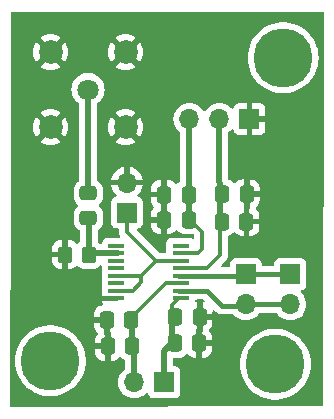
<source format=gtl>
%TF.GenerationSoftware,KiCad,Pcbnew,8.0.1*%
%TF.CreationDate,2024-04-15T14:56:09+02:00*%
%TF.ProjectId,Transmitter prototype,5472616e-736d-4697-9474-65722070726f,rev?*%
%TF.SameCoordinates,Original*%
%TF.FileFunction,Copper,L1,Top*%
%TF.FilePolarity,Positive*%
%FSLAX46Y46*%
G04 Gerber Fmt 4.6, Leading zero omitted, Abs format (unit mm)*
G04 Created by KiCad (PCBNEW 8.0.1) date 2024-04-15 14:56:09*
%MOMM*%
%LPD*%
G01*
G04 APERTURE LIST*
G04 Aperture macros list*
%AMRoundRect*
0 Rectangle with rounded corners*
0 $1 Rounding radius*
0 $2 $3 $4 $5 $6 $7 $8 $9 X,Y pos of 4 corners*
0 Add a 4 corners polygon primitive as box body*
4,1,4,$2,$3,$4,$5,$6,$7,$8,$9,$2,$3,0*
0 Add four circle primitives for the rounded corners*
1,1,$1+$1,$2,$3*
1,1,$1+$1,$4,$5*
1,1,$1+$1,$6,$7*
1,1,$1+$1,$8,$9*
0 Add four rect primitives between the rounded corners*
20,1,$1+$1,$2,$3,$4,$5,0*
20,1,$1+$1,$4,$5,$6,$7,0*
20,1,$1+$1,$6,$7,$8,$9,0*
20,1,$1+$1,$8,$9,$2,$3,0*%
G04 Aperture macros list end*
%TA.AperFunction,ComponentPad*%
%ADD10C,5.000000*%
%TD*%
%TA.AperFunction,SMDPad,CuDef*%
%ADD11RoundRect,0.250000X-0.337500X-0.475000X0.337500X-0.475000X0.337500X0.475000X-0.337500X0.475000X0*%
%TD*%
%TA.AperFunction,SMDPad,CuDef*%
%ADD12RoundRect,0.250000X-0.475000X0.337500X-0.475000X-0.337500X0.475000X-0.337500X0.475000X0.337500X0*%
%TD*%
%TA.AperFunction,ComponentPad*%
%ADD13R,1.700000X1.700000*%
%TD*%
%TA.AperFunction,ComponentPad*%
%ADD14O,1.700000X1.700000*%
%TD*%
%TA.AperFunction,SMDPad,CuDef*%
%ADD15RoundRect,0.250000X0.337500X0.475000X-0.337500X0.475000X-0.337500X-0.475000X0.337500X-0.475000X0*%
%TD*%
%TA.AperFunction,SMDPad,CuDef*%
%ADD16R,1.454899X0.354800*%
%TD*%
%TA.AperFunction,ComponentPad*%
%ADD17C,1.803400*%
%TD*%
%TA.AperFunction,ComponentPad*%
%ADD18C,2.006600*%
%TD*%
%TA.AperFunction,SMDPad,CuDef*%
%ADD19RoundRect,0.250000X0.350000X0.450000X-0.350000X0.450000X-0.350000X-0.450000X0.350000X-0.450000X0*%
%TD*%
%TA.AperFunction,Conductor*%
%ADD20C,0.250000*%
%TD*%
%TA.AperFunction,Conductor*%
%ADD21C,0.500000*%
%TD*%
%TA.AperFunction,Conductor*%
%ADD22C,0.400000*%
%TD*%
%TA.AperFunction,Conductor*%
%ADD23C,0.355600*%
%TD*%
%TA.AperFunction,Conductor*%
%ADD24C,0.335600*%
%TD*%
%TA.AperFunction,Conductor*%
%ADD25C,0.450000*%
%TD*%
G04 APERTURE END LIST*
D10*
%TO.P,H3,1*%
%TO.N,N/C*%
X179019200Y-99568000D03*
%TD*%
D11*
%TO.P,C5,1*%
%TO.N,-5V*%
X170514100Y-97790000D03*
%TO.P,C5,2*%
%TO.N,GND*%
X172589100Y-97790000D03*
%TD*%
%TO.P,C6,1*%
%TO.N,GND*%
X164752200Y-95808800D03*
%TO.P,C6,2*%
%TO.N,+5V*%
X166827200Y-95808800D03*
%TD*%
D12*
%TO.P,C1,1*%
%TO.N,Net-(J1-In)*%
X163195000Y-85090000D03*
%TO.P,C1,2*%
%TO.N,Net-(U1-INA+)*%
X163195000Y-87165000D03*
%TD*%
D13*
%TO.P,J3,1,Pin_1*%
%TO.N,GND*%
X176834800Y-78790800D03*
D14*
%TO.P,J3,2,Pin_2*%
%TO.N,-5V*%
X174294800Y-78790800D03*
%TO.P,J3,3,Pin_3*%
%TO.N,+5V*%
X171754800Y-78790800D03*
%TD*%
D13*
%TO.P,J5,1,Pin_1*%
%TO.N,/coil start*%
X176530000Y-91948000D03*
D14*
%TO.P,J5,2,Pin_2*%
%TO.N,/coil end*%
X176530000Y-94488000D03*
%TD*%
D13*
%TO.P,J2,1,Pin_1*%
%TO.N,-5V*%
X169621200Y-101092000D03*
D14*
%TO.P,J2,2,Pin_2*%
%TO.N,+5V*%
X167081200Y-101092000D03*
%TD*%
D15*
%TO.P,C7,1*%
%TO.N,+5V*%
X166928800Y-98044000D03*
%TO.P,C7,2*%
%TO.N,GND*%
X164853800Y-98044000D03*
%TD*%
D16*
%TO.P,U1,1,INA-*%
%TO.N,unconnected-(U1-INA--Pad1)*%
X165566352Y-89535000D03*
%TO.P,U1,2,INA+*%
%TO.N,Net-(U1-INA+)*%
X165566352Y-90170000D03*
%TO.P,U1,3,\u002ADISB*%
%TO.N,unconnected-(U1-\u002ADISB-Pad3)*%
X165566352Y-90805000D03*
%TO.P,U1,4,INB-*%
%TO.N,unconnected-(U1-INB--Pad4)*%
X165566352Y-91440000D03*
%TO.P,U1,5,INB+*%
%TO.N,Net-(J6-Pin_1)*%
X165566352Y-92075000D03*
%TO.P,U1,6,\u002ADISC*%
%TO.N,unconnected-(U1-\u002ADISC-Pad6)*%
X165566352Y-92710000D03*
%TO.P,U1,7,INC-*%
%TO.N,Net-(J6-Pin_1)*%
X165566352Y-93345000D03*
%TO.P,U1,8,INC+*%
%TO.N,GND*%
X165566352Y-93980000D03*
%TO.P,U1,9,VS-*%
%TO.N,-5V*%
X171009048Y-93980000D03*
%TO.P,U1,10,OUTC*%
%TO.N,/coil end*%
X171009048Y-93345000D03*
%TO.P,U1,11,VS+*%
%TO.N,+5V*%
X171009048Y-92710000D03*
%TO.P,U1,12,OUTB*%
%TO.N,/coil start*%
X171009048Y-92075000D03*
%TO.P,U1,13,VS-*%
%TO.N,-5V*%
X171009048Y-91440000D03*
%TO.P,U1,14,OUTA*%
%TO.N,Net-(J6-Pin_1)*%
X171009048Y-90805000D03*
%TO.P,U1,15,VS+*%
%TO.N,+5V*%
X171009048Y-90170000D03*
%TO.P,U1,16,\u002ADISA*%
%TO.N,unconnected-(U1-\u002ADISA-Pad16)*%
X171009048Y-89535000D03*
%TD*%
D17*
%TO.P,J1,1,In*%
%TO.N,Net-(J1-In)*%
X163169600Y-76301600D03*
D18*
%TO.P,J1,2,Ext*%
%TO.N,GND*%
X159994600Y-73126600D03*
%TO.P,J1,3*%
X166344600Y-73126600D03*
%TO.P,J1,4*%
X159994600Y-79476600D03*
%TO.P,J1,5*%
X166344600Y-79476600D03*
%TD*%
D15*
%TO.P,C4,1*%
%TO.N,GND*%
X172610600Y-95554800D03*
%TO.P,C4,2*%
%TO.N,-5V*%
X170535600Y-95554800D03*
%TD*%
D11*
%TO.P,C9,1*%
%TO.N,GND*%
X169599700Y-87325200D03*
%TO.P,C9,2*%
%TO.N,+5V*%
X171674700Y-87325200D03*
%TD*%
D13*
%TO.P,J6,1,Pin_1*%
%TO.N,Net-(J6-Pin_1)*%
X166471600Y-86715600D03*
D14*
%TO.P,J6,2,Pin_2*%
%TO.N,GND*%
X166471600Y-84175600D03*
%TD*%
D15*
%TO.P,C3,1*%
%TO.N,GND*%
X176602300Y-85140800D03*
%TO.P,C3,2*%
%TO.N,-5V*%
X174527300Y-85140800D03*
%TD*%
%TO.P,C8,1*%
%TO.N,GND*%
X176580800Y-87477600D03*
%TO.P,C8,2*%
%TO.N,-5V*%
X174505800Y-87477600D03*
%TD*%
D19*
%TO.P,R1,1*%
%TO.N,Net-(U1-INA+)*%
X163220400Y-90271600D03*
%TO.P,R1,2*%
%TO.N,GND*%
X161220400Y-90271600D03*
%TD*%
D13*
%TO.P,J4,1,Pin_1*%
%TO.N,/coil start*%
X180289200Y-91948000D03*
D14*
%TO.P,J4,2,Pin_2*%
%TO.N,/coil end*%
X180289200Y-94488000D03*
%TD*%
D10*
%TO.P,H2,1*%
%TO.N,N/C*%
X159969200Y-99263200D03*
%TD*%
%TO.P,H1,1*%
%TO.N,N/C*%
X179679600Y-73609200D03*
%TD*%
D11*
%TO.P,C2,1*%
%TO.N,GND*%
X169599700Y-85191600D03*
%TO.P,C2,2*%
%TO.N,+5V*%
X171674700Y-85191600D03*
%TD*%
D20*
%TO.N,Net-(J1-In)*%
X163195000Y-85090000D02*
X163195000Y-85013800D01*
D21*
X163169600Y-84988400D02*
X163169600Y-76301600D01*
D20*
X163195000Y-85090000D02*
X163169600Y-85064600D01*
X163195000Y-85013800D02*
X163169600Y-84988400D01*
D21*
%TO.N,Net-(U1-INA+)*%
X165735000Y-90170000D02*
X163322000Y-90170000D01*
D20*
X163322000Y-90170000D02*
X163220400Y-90271600D01*
D21*
X163220400Y-90271600D02*
X163220400Y-87190400D01*
D20*
X163220400Y-87190400D02*
X163195000Y-87165000D01*
D22*
%TO.N,GND*%
X165566352Y-93980000D02*
X164185600Y-93980000D01*
D23*
%TO.N,+5V*%
X166979600Y-95476300D02*
X169745900Y-92710000D01*
D21*
X171704000Y-84179500D02*
X171704000Y-78867000D01*
D23*
X169745900Y-92710000D02*
X170840400Y-92710000D01*
D20*
X166878000Y-95808800D02*
X166979600Y-95707200D01*
D21*
X171725500Y-84201000D02*
X171704000Y-84179500D01*
D23*
X172466000Y-90170000D02*
X172847000Y-89789000D01*
X170840400Y-90170000D02*
X172466000Y-90170000D01*
D21*
X167081200Y-101092000D02*
X167081200Y-97942400D01*
D23*
X166979600Y-95707200D02*
X166979600Y-95476300D01*
D21*
X166878000Y-97739200D02*
X166878000Y-95808800D01*
D23*
X172847000Y-88349000D02*
X171747000Y-87249000D01*
D21*
X171725500Y-84201000D02*
X171725500Y-87227500D01*
D23*
X172847000Y-89789000D02*
X172847000Y-88349000D01*
D21*
%TO.N,-5V*%
X174244000Y-84117000D02*
X174328000Y-84201000D01*
X169621200Y-101092000D02*
X169621200Y-98407400D01*
D23*
X170840400Y-91440000D02*
X173228000Y-91440000D01*
D21*
X169621200Y-98407400D02*
X170238600Y-97790000D01*
D24*
X170238600Y-95656400D02*
X170238600Y-94581800D01*
X170238600Y-94581800D02*
X170840400Y-93980000D01*
D23*
X174328000Y-90340000D02*
X174328000Y-87249000D01*
D21*
X174328000Y-84201000D02*
X174328000Y-87249000D01*
D23*
X173228000Y-91440000D02*
X174328000Y-90340000D01*
D24*
X170840400Y-93980000D02*
X171009048Y-93980000D01*
D21*
X174244000Y-78867000D02*
X174244000Y-84117000D01*
X170238600Y-97790000D02*
X170238600Y-95656400D01*
D22*
%TO.N,/coil start*%
X176631600Y-92049600D02*
X170865800Y-92049600D01*
X176530000Y-91948000D02*
X180289200Y-91948000D01*
D25*
%TO.N,/coil end*%
X173253400Y-93345000D02*
X174498000Y-94589600D01*
X174498000Y-94589600D02*
X176631600Y-94589600D01*
D22*
X176530000Y-94488000D02*
X180289200Y-94488000D01*
D25*
X170840400Y-93345000D02*
X173253400Y-93345000D01*
D23*
%TO.N,Net-(J6-Pin_1)*%
X170840400Y-90805000D02*
X168910000Y-90805000D01*
X168910000Y-90805000D02*
X166471600Y-88366600D01*
X168910000Y-90805000D02*
X167640000Y-92075000D01*
X167640000Y-92075000D02*
X167640000Y-92640100D01*
X167640000Y-92640100D02*
X166935100Y-93345000D01*
X166935100Y-93345000D02*
X165735000Y-93345000D01*
X167640000Y-92075000D02*
X165735000Y-92075000D01*
X166471600Y-88366600D02*
X166471600Y-86715600D01*
%TD*%
%TA.AperFunction,Conductor*%
%TO.N,GND*%
G36*
X183076850Y-69717285D02*
G01*
X183122605Y-69770089D01*
X183133811Y-69821789D01*
X183083387Y-102949862D01*
X183063600Y-103016871D01*
X183010727Y-103062546D01*
X182959862Y-103073672D01*
X156690452Y-103174321D01*
X156623338Y-103154894D01*
X156577381Y-103102265D01*
X156565978Y-103049950D01*
X156577471Y-99263203D01*
X156963615Y-99263203D01*
X156983938Y-99612127D01*
X156983939Y-99612138D01*
X157044628Y-99956327D01*
X157044630Y-99956334D01*
X157144874Y-100291172D01*
X157283307Y-100612095D01*
X157283313Y-100612108D01*
X157458070Y-100914797D01*
X157666784Y-101195149D01*
X157666789Y-101195155D01*
X157790663Y-101326453D01*
X157906642Y-101449383D01*
X158033302Y-101555663D01*
X158174386Y-101674047D01*
X158174394Y-101674053D01*
X158466403Y-101866111D01*
X158712831Y-101989872D01*
X158778749Y-102022977D01*
X159107189Y-102142519D01*
X159447286Y-102223123D01*
X159794441Y-102263700D01*
X159794448Y-102263700D01*
X160143952Y-102263700D01*
X160143959Y-102263700D01*
X160491114Y-102223123D01*
X160831211Y-102142519D01*
X161159651Y-102022977D01*
X161471993Y-101866113D01*
X161764011Y-101674049D01*
X162031758Y-101449383D01*
X162271612Y-101195153D01*
X162480330Y-100914796D01*
X162655089Y-100612104D01*
X162793526Y-100291171D01*
X162893769Y-99956336D01*
X162906444Y-99884455D01*
X162954460Y-99612138D01*
X162954459Y-99612138D01*
X162954462Y-99612127D01*
X162974785Y-99263200D01*
X162954462Y-98914273D01*
X162947515Y-98874872D01*
X162893771Y-98570072D01*
X162893769Y-98570065D01*
X162884777Y-98540029D01*
X162811121Y-98294000D01*
X163766301Y-98294000D01*
X163766301Y-98568986D01*
X163776794Y-98671697D01*
X163831941Y-98838119D01*
X163831943Y-98838124D01*
X163923984Y-98987345D01*
X164047954Y-99111315D01*
X164197175Y-99203356D01*
X164197180Y-99203358D01*
X164363602Y-99258505D01*
X164363609Y-99258506D01*
X164466319Y-99268999D01*
X164603799Y-99268999D01*
X164603800Y-99268998D01*
X164603800Y-98294000D01*
X163766301Y-98294000D01*
X162811121Y-98294000D01*
X162793526Y-98235229D01*
X162655089Y-97914296D01*
X162494442Y-97636047D01*
X162480329Y-97611602D01*
X162271615Y-97331250D01*
X162271610Y-97331244D01*
X162112220Y-97162302D01*
X162031758Y-97077017D01*
X161840783Y-96916770D01*
X161764013Y-96852352D01*
X161764005Y-96852346D01*
X161471996Y-96660288D01*
X161159658Y-96503426D01*
X161159652Y-96503423D01*
X160831212Y-96383881D01*
X160831209Y-96383880D01*
X160491115Y-96303277D01*
X160447719Y-96298204D01*
X160143959Y-96262700D01*
X159794441Y-96262700D01*
X159490680Y-96298204D01*
X159447285Y-96303277D01*
X159447283Y-96303277D01*
X159107190Y-96383880D01*
X159107187Y-96383881D01*
X158778747Y-96503423D01*
X158778741Y-96503426D01*
X158466403Y-96660288D01*
X158174394Y-96852346D01*
X158174386Y-96852352D01*
X157906642Y-97077017D01*
X157906640Y-97077019D01*
X157666789Y-97331244D01*
X157666784Y-97331250D01*
X157458070Y-97611602D01*
X157283313Y-97914291D01*
X157283307Y-97914304D01*
X157144874Y-98235227D01*
X157044630Y-98570065D01*
X157044628Y-98570072D01*
X156983939Y-98914261D01*
X156983938Y-98914272D01*
X156963615Y-99263196D01*
X156963615Y-99263203D01*
X156577471Y-99263203D01*
X156587196Y-96058800D01*
X163664701Y-96058800D01*
X163664701Y-96333786D01*
X163675194Y-96436497D01*
X163730341Y-96602919D01*
X163730343Y-96602924D01*
X163822384Y-96752145D01*
X163946352Y-96876113D01*
X163949955Y-96878962D01*
X163990333Y-96935983D01*
X163993473Y-97005783D01*
X163960728Y-97063910D01*
X163923984Y-97100654D01*
X163831943Y-97249875D01*
X163831941Y-97249880D01*
X163776794Y-97416302D01*
X163776793Y-97416309D01*
X163766300Y-97519013D01*
X163766300Y-97794000D01*
X164603800Y-97794000D01*
X164603800Y-97076800D01*
X164594488Y-97067488D01*
X164559161Y-97057115D01*
X164513406Y-97004311D01*
X164502200Y-96952800D01*
X164502200Y-96058800D01*
X163664701Y-96058800D01*
X156587196Y-96058800D01*
X156604002Y-90521600D01*
X160120401Y-90521600D01*
X160120401Y-90771586D01*
X160130894Y-90874297D01*
X160186041Y-91040719D01*
X160186043Y-91040724D01*
X160278084Y-91189945D01*
X160402054Y-91313915D01*
X160551275Y-91405956D01*
X160551280Y-91405958D01*
X160717702Y-91461105D01*
X160717709Y-91461106D01*
X160820419Y-91471599D01*
X160970399Y-91471599D01*
X161470400Y-91471599D01*
X161620372Y-91471599D01*
X161620386Y-91471598D01*
X161723097Y-91461105D01*
X161889519Y-91405958D01*
X161889524Y-91405956D01*
X162038742Y-91313917D01*
X162132364Y-91220295D01*
X162193687Y-91186810D01*
X162263379Y-91191794D01*
X162307727Y-91220295D01*
X162401744Y-91314312D01*
X162551066Y-91406414D01*
X162717603Y-91461599D01*
X162820391Y-91472100D01*
X163620408Y-91472099D01*
X163620416Y-91472098D01*
X163620419Y-91472098D01*
X163676702Y-91466348D01*
X163723197Y-91461599D01*
X163889734Y-91406414D01*
X164039056Y-91314312D01*
X164126724Y-91226643D01*
X164188043Y-91193161D01*
X164257735Y-91198145D01*
X164313669Y-91240016D01*
X164338086Y-91305480D01*
X164338402Y-91314327D01*
X164338402Y-91665269D01*
X164338403Y-91665276D01*
X164344811Y-91724886D01*
X164345779Y-91728982D01*
X164345782Y-91786004D01*
X164344811Y-91790114D01*
X164338403Y-91849717D01*
X164338402Y-91849736D01*
X164338402Y-92300270D01*
X164338403Y-92300276D01*
X164344811Y-92359886D01*
X164345779Y-92363982D01*
X164345782Y-92421004D01*
X164344811Y-92425114D01*
X164338403Y-92484717D01*
X164338402Y-92484736D01*
X164338402Y-92935270D01*
X164338403Y-92935276D01*
X164344811Y-92994886D01*
X164345779Y-92998982D01*
X164345782Y-93056004D01*
X164344811Y-93060114D01*
X164338403Y-93119717D01*
X164338402Y-93119736D01*
X164338402Y-93570270D01*
X164338403Y-93570276D01*
X164344811Y-93629888D01*
X164346039Y-93635084D01*
X164346041Y-93687505D01*
X164346133Y-93687515D01*
X164346041Y-93688363D01*
X164346042Y-93692100D01*
X164345304Y-93695224D01*
X164338902Y-93754757D01*
X164338902Y-93802600D01*
X164361385Y-93802600D01*
X164428424Y-93822285D01*
X164460651Y-93852288D01*
X164469493Y-93864100D01*
X164481356Y-93879946D01*
X164553741Y-93934134D01*
X164595612Y-93990067D01*
X164600596Y-94059759D01*
X164567111Y-94121082D01*
X164505787Y-94154566D01*
X164479430Y-94157400D01*
X164338902Y-94157400D01*
X164338902Y-94205244D01*
X164345303Y-94264772D01*
X164345305Y-94264779D01*
X164395549Y-94399491D01*
X164399794Y-94407265D01*
X164414645Y-94475538D01*
X164390227Y-94541002D01*
X164334293Y-94582872D01*
X164303564Y-94590048D01*
X164262002Y-94594294D01*
X164095580Y-94649441D01*
X164095575Y-94649443D01*
X163946354Y-94741484D01*
X163822384Y-94865454D01*
X163730343Y-95014675D01*
X163730341Y-95014680D01*
X163675194Y-95181102D01*
X163675193Y-95181109D01*
X163664700Y-95283813D01*
X163664700Y-95558800D01*
X164878200Y-95558800D01*
X164945239Y-95578485D01*
X164990994Y-95631289D01*
X165002200Y-95682800D01*
X165002200Y-96776000D01*
X165011511Y-96785311D01*
X165046839Y-96795685D01*
X165092594Y-96848489D01*
X165103800Y-96900000D01*
X165103800Y-99268999D01*
X165241272Y-99268999D01*
X165241286Y-99268998D01*
X165343997Y-99258505D01*
X165510419Y-99203358D01*
X165510424Y-99203356D01*
X165659645Y-99111315D01*
X165783618Y-98987342D01*
X165785465Y-98984348D01*
X165787269Y-98982724D01*
X165788098Y-98981677D01*
X165788276Y-98981818D01*
X165837410Y-98937621D01*
X165906373Y-98926396D01*
X165970456Y-98954236D01*
X165996543Y-98984341D01*
X165998588Y-98987656D01*
X166122644Y-99111712D01*
X166271223Y-99203356D01*
X166271796Y-99203709D01*
X166318521Y-99255657D01*
X166330700Y-99309248D01*
X166330700Y-99904298D01*
X166311015Y-99971337D01*
X166277825Y-100005872D01*
X166209795Y-100053507D01*
X166042705Y-100220597D01*
X165907165Y-100414169D01*
X165907164Y-100414171D01*
X165807298Y-100628335D01*
X165807294Y-100628344D01*
X165746138Y-100856586D01*
X165746136Y-100856596D01*
X165725541Y-101091999D01*
X165725541Y-101092000D01*
X165746136Y-101327403D01*
X165746138Y-101327413D01*
X165807294Y-101555655D01*
X165807296Y-101555659D01*
X165807297Y-101555663D01*
X165891699Y-101736663D01*
X165907165Y-101769830D01*
X165907167Y-101769834D01*
X165974583Y-101866113D01*
X166042705Y-101963401D01*
X166209799Y-102130495D01*
X166306584Y-102198265D01*
X166403365Y-102266032D01*
X166403367Y-102266033D01*
X166403370Y-102266035D01*
X166617537Y-102365903D01*
X166845792Y-102427063D01*
X167022234Y-102442500D01*
X167081199Y-102447659D01*
X167081200Y-102447659D01*
X167081201Y-102447659D01*
X167140166Y-102442500D01*
X167316608Y-102427063D01*
X167544863Y-102365903D01*
X167759030Y-102266035D01*
X167952601Y-102130495D01*
X168074529Y-102008566D01*
X168135848Y-101975084D01*
X168205540Y-101980068D01*
X168261474Y-102021939D01*
X168278389Y-102052917D01*
X168327402Y-102184328D01*
X168327406Y-102184335D01*
X168413652Y-102299544D01*
X168413655Y-102299547D01*
X168528864Y-102385793D01*
X168528871Y-102385797D01*
X168663717Y-102436091D01*
X168663716Y-102436091D01*
X168670644Y-102436835D01*
X168723327Y-102442500D01*
X170519072Y-102442499D01*
X170578683Y-102436091D01*
X170713531Y-102385796D01*
X170828746Y-102299546D01*
X170914996Y-102184331D01*
X170965291Y-102049483D01*
X170971700Y-101989873D01*
X170971699Y-100194128D01*
X170965291Y-100134517D01*
X170964010Y-100131083D01*
X170914997Y-99999671D01*
X170914993Y-99999664D01*
X170828747Y-99884455D01*
X170828744Y-99884452D01*
X170713535Y-99798206D01*
X170713528Y-99798202D01*
X170578682Y-99747908D01*
X170578683Y-99747908D01*
X170519083Y-99741501D01*
X170519081Y-99741500D01*
X170519073Y-99741500D01*
X170519065Y-99741500D01*
X170495700Y-99741500D01*
X170428661Y-99721815D01*
X170382906Y-99669011D01*
X170371700Y-99617500D01*
X170371700Y-99568003D01*
X176013615Y-99568003D01*
X176033938Y-99916927D01*
X176033939Y-99916938D01*
X176094628Y-100261127D01*
X176094630Y-100261134D01*
X176194874Y-100595972D01*
X176333307Y-100916895D01*
X176333313Y-100916908D01*
X176508070Y-101219597D01*
X176716784Y-101499949D01*
X176716789Y-101499955D01*
X176840663Y-101631253D01*
X176956642Y-101754183D01*
X177133103Y-101902251D01*
X177224386Y-101978847D01*
X177224394Y-101978853D01*
X177516403Y-102170911D01*
X177516407Y-102170913D01*
X177828749Y-102327777D01*
X178157189Y-102447319D01*
X178497286Y-102527923D01*
X178844441Y-102568500D01*
X178844448Y-102568500D01*
X179193952Y-102568500D01*
X179193959Y-102568500D01*
X179541114Y-102527923D01*
X179881211Y-102447319D01*
X180209651Y-102327777D01*
X180521993Y-102170913D01*
X180814011Y-101978849D01*
X181081758Y-101754183D01*
X181321612Y-101499953D01*
X181530330Y-101219596D01*
X181705089Y-100916904D01*
X181843526Y-100595971D01*
X181943769Y-100261136D01*
X181955585Y-100194128D01*
X182004460Y-99916938D01*
X182004459Y-99916938D01*
X182004462Y-99916927D01*
X182024785Y-99568000D01*
X182004462Y-99219073D01*
X182004460Y-99219061D01*
X181943771Y-98874872D01*
X181943769Y-98874865D01*
X181932833Y-98838336D01*
X181843526Y-98540029D01*
X181705089Y-98219096D01*
X181530330Y-97916404D01*
X181439204Y-97794000D01*
X181321615Y-97636050D01*
X181321610Y-97636044D01*
X181205633Y-97513117D01*
X181081758Y-97381817D01*
X180924263Y-97249663D01*
X180814013Y-97157152D01*
X180814005Y-97157146D01*
X180521996Y-96965088D01*
X180209658Y-96808226D01*
X180209652Y-96808223D01*
X179881212Y-96688681D01*
X179881209Y-96688680D01*
X179541115Y-96608077D01*
X179496985Y-96602919D01*
X179193959Y-96567500D01*
X178844441Y-96567500D01*
X178541415Y-96602919D01*
X178497285Y-96608077D01*
X178497283Y-96608077D01*
X178157190Y-96688680D01*
X178157187Y-96688681D01*
X177828747Y-96808223D01*
X177828741Y-96808226D01*
X177516403Y-96965088D01*
X177224394Y-97157146D01*
X177224386Y-97157152D01*
X176956642Y-97381817D01*
X176956640Y-97381819D01*
X176716789Y-97636044D01*
X176716784Y-97636050D01*
X176508070Y-97916402D01*
X176333313Y-98219091D01*
X176333307Y-98219104D01*
X176194874Y-98540027D01*
X176094630Y-98874865D01*
X176094628Y-98874872D01*
X176033939Y-99219061D01*
X176033938Y-99219072D01*
X176013615Y-99567996D01*
X176013615Y-99568003D01*
X170371700Y-99568003D01*
X170371700Y-99139499D01*
X170391385Y-99072460D01*
X170444189Y-99026705D01*
X170495700Y-99015499D01*
X170901602Y-99015499D01*
X170901608Y-99015499D01*
X171004397Y-99004999D01*
X171170934Y-98949814D01*
X171320256Y-98857712D01*
X171444312Y-98733656D01*
X171446352Y-98730347D01*
X171448345Y-98728555D01*
X171448793Y-98727989D01*
X171448889Y-98728065D01*
X171498294Y-98683623D01*
X171567256Y-98672395D01*
X171631340Y-98700234D01*
X171657429Y-98730339D01*
X171659281Y-98733341D01*
X171659283Y-98733344D01*
X171783254Y-98857315D01*
X171932475Y-98949356D01*
X171932480Y-98949358D01*
X172098902Y-99004505D01*
X172098909Y-99004506D01*
X172201619Y-99014999D01*
X172339099Y-99014999D01*
X172339100Y-99014998D01*
X172339100Y-98040000D01*
X172839100Y-98040000D01*
X172839100Y-99014999D01*
X172976572Y-99014999D01*
X172976586Y-99014998D01*
X173079297Y-99004505D01*
X173245719Y-98949358D01*
X173245724Y-98949356D01*
X173394945Y-98857315D01*
X173518915Y-98733345D01*
X173610956Y-98584124D01*
X173610958Y-98584119D01*
X173666105Y-98417697D01*
X173666106Y-98417690D01*
X173676599Y-98314986D01*
X173676600Y-98314973D01*
X173676600Y-98040000D01*
X172839100Y-98040000D01*
X172339100Y-98040000D01*
X172339100Y-97540000D01*
X172839100Y-97540000D01*
X173676599Y-97540000D01*
X173676599Y-97265028D01*
X173676598Y-97265013D01*
X173666105Y-97162302D01*
X173610958Y-96995880D01*
X173610956Y-96995875D01*
X173518915Y-96846654D01*
X173443092Y-96770831D01*
X173409607Y-96709508D01*
X173414591Y-96639816D01*
X173443092Y-96595469D01*
X173540415Y-96498145D01*
X173632456Y-96348924D01*
X173632458Y-96348919D01*
X173687605Y-96182497D01*
X173687606Y-96182490D01*
X173698099Y-96079786D01*
X173698100Y-96079773D01*
X173698100Y-95804800D01*
X172860600Y-95804800D01*
X172860600Y-96749938D01*
X172840915Y-96816977D01*
X172839100Y-96819229D01*
X172839100Y-97540000D01*
X172339100Y-97540000D01*
X172339100Y-96594862D01*
X172358785Y-96527823D01*
X172360600Y-96525570D01*
X172360600Y-94329800D01*
X172360433Y-94329634D01*
X172293959Y-94310115D01*
X172248204Y-94257311D01*
X172236998Y-94205800D01*
X172236998Y-94194500D01*
X172256683Y-94127461D01*
X172309487Y-94081706D01*
X172360998Y-94070500D01*
X172901526Y-94070500D01*
X172968565Y-94090185D01*
X172989207Y-94106819D01*
X173000507Y-94118119D01*
X173033992Y-94179442D01*
X173029008Y-94249134D01*
X172987136Y-94305067D01*
X172921672Y-94329484D01*
X172912826Y-94329800D01*
X172860600Y-94329800D01*
X172860600Y-95304800D01*
X173698099Y-95304800D01*
X173698099Y-95115073D01*
X173717784Y-95048034D01*
X173770588Y-95002279D01*
X173839746Y-94992335D01*
X173903302Y-95021360D01*
X173909766Y-95027378D01*
X174035520Y-95153132D01*
X174077391Y-95181109D01*
X174137607Y-95221344D01*
X174137608Y-95221345D01*
X174154338Y-95232524D01*
X174154346Y-95232528D01*
X174154347Y-95232529D01*
X174286380Y-95287219D01*
X174286384Y-95287219D01*
X174286385Y-95287220D01*
X174426542Y-95315100D01*
X174426545Y-95315100D01*
X175396511Y-95315100D01*
X175463550Y-95334785D01*
X175487433Y-95355816D01*
X175487677Y-95355573D01*
X175491505Y-95359401D01*
X175658599Y-95526495D01*
X175755384Y-95594265D01*
X175852165Y-95662032D01*
X175852167Y-95662033D01*
X175852170Y-95662035D01*
X176066337Y-95761903D01*
X176294592Y-95823063D01*
X176482918Y-95839539D01*
X176529999Y-95843659D01*
X176530000Y-95843659D01*
X176530001Y-95843659D01*
X176569234Y-95840226D01*
X176765408Y-95823063D01*
X176993663Y-95761903D01*
X177207830Y-95662035D01*
X177401401Y-95526495D01*
X177568495Y-95359401D01*
X177651136Y-95241376D01*
X177705713Y-95197752D01*
X177752711Y-95188500D01*
X179066489Y-95188500D01*
X179133528Y-95208185D01*
X179168064Y-95241377D01*
X179250705Y-95359402D01*
X179354945Y-95463641D01*
X179417799Y-95526495D01*
X179514584Y-95594265D01*
X179611365Y-95662032D01*
X179611367Y-95662033D01*
X179611370Y-95662035D01*
X179825537Y-95761903D01*
X180053792Y-95823063D01*
X180242118Y-95839539D01*
X180289199Y-95843659D01*
X180289200Y-95843659D01*
X180289201Y-95843659D01*
X180328434Y-95840226D01*
X180524608Y-95823063D01*
X180752863Y-95761903D01*
X180967030Y-95662035D01*
X181160601Y-95526495D01*
X181327695Y-95359401D01*
X181463235Y-95165830D01*
X181563103Y-94951663D01*
X181624263Y-94723408D01*
X181644859Y-94488000D01*
X181624263Y-94252592D01*
X181563103Y-94024337D01*
X181463235Y-93810171D01*
X181440882Y-93778248D01*
X181327696Y-93616600D01*
X181281366Y-93570270D01*
X181205767Y-93494671D01*
X181172284Y-93433351D01*
X181177268Y-93363659D01*
X181219139Y-93307725D01*
X181250115Y-93290810D01*
X181381531Y-93241796D01*
X181496746Y-93155546D01*
X181582996Y-93040331D01*
X181633291Y-92905483D01*
X181639700Y-92845873D01*
X181639699Y-91050128D01*
X181633291Y-90990517D01*
X181607176Y-90920500D01*
X181582997Y-90855671D01*
X181582993Y-90855664D01*
X181496747Y-90740455D01*
X181496744Y-90740452D01*
X181381535Y-90654206D01*
X181381528Y-90654202D01*
X181246682Y-90603908D01*
X181246683Y-90603908D01*
X181187083Y-90597501D01*
X181187081Y-90597500D01*
X181187073Y-90597500D01*
X181187064Y-90597500D01*
X179391329Y-90597500D01*
X179391323Y-90597501D01*
X179331716Y-90603908D01*
X179196871Y-90654202D01*
X179196864Y-90654206D01*
X179081655Y-90740452D01*
X179081652Y-90740455D01*
X178995406Y-90855664D01*
X178995402Y-90855671D01*
X178945108Y-90990517D01*
X178939711Y-91040724D01*
X178938701Y-91050123D01*
X178938700Y-91050135D01*
X178938700Y-91123500D01*
X178919015Y-91190539D01*
X178866211Y-91236294D01*
X178814700Y-91247500D01*
X178004499Y-91247500D01*
X177937460Y-91227815D01*
X177891705Y-91175011D01*
X177880499Y-91123500D01*
X177880499Y-91050129D01*
X177880498Y-91050123D01*
X177880497Y-91050116D01*
X177874091Y-90990517D01*
X177847976Y-90920500D01*
X177823797Y-90855671D01*
X177823793Y-90855664D01*
X177737547Y-90740455D01*
X177737544Y-90740452D01*
X177622335Y-90654206D01*
X177622328Y-90654202D01*
X177487482Y-90603908D01*
X177487483Y-90603908D01*
X177427883Y-90597501D01*
X177427881Y-90597500D01*
X177427873Y-90597500D01*
X177427864Y-90597500D01*
X175632129Y-90597500D01*
X175632123Y-90597501D01*
X175572516Y-90603908D01*
X175437671Y-90654202D01*
X175437664Y-90654206D01*
X175322455Y-90740452D01*
X175322452Y-90740455D01*
X175236206Y-90855664D01*
X175236202Y-90855671D01*
X175185908Y-90990517D01*
X175180511Y-91040724D01*
X175179501Y-91050123D01*
X175179500Y-91050135D01*
X175179500Y-91225100D01*
X175159815Y-91292139D01*
X175107011Y-91337894D01*
X175055500Y-91349100D01*
X174577523Y-91349100D01*
X174510484Y-91329415D01*
X174464729Y-91276611D01*
X174454785Y-91207453D01*
X174483810Y-91143897D01*
X174489842Y-91137419D01*
X174636745Y-90990516D01*
X174854870Y-90772391D01*
X174864849Y-90757457D01*
X174929102Y-90661296D01*
X174932040Y-90654204D01*
X174953501Y-90602392D01*
X174953501Y-90602391D01*
X174980234Y-90537853D01*
X175006300Y-90406807D01*
X175006300Y-90273193D01*
X175006300Y-88778758D01*
X175025985Y-88711719D01*
X175078789Y-88665964D01*
X175091284Y-88661056D01*
X175162634Y-88637414D01*
X175311956Y-88545312D01*
X175436012Y-88421256D01*
X175438052Y-88417947D01*
X175440045Y-88416155D01*
X175440493Y-88415589D01*
X175440589Y-88415665D01*
X175489994Y-88371223D01*
X175558956Y-88359995D01*
X175623040Y-88387834D01*
X175649129Y-88417939D01*
X175650981Y-88420941D01*
X175650983Y-88420944D01*
X175774954Y-88544915D01*
X175924175Y-88636956D01*
X175924180Y-88636958D01*
X176090602Y-88692105D01*
X176090609Y-88692106D01*
X176193319Y-88702599D01*
X176330799Y-88702599D01*
X176330800Y-88702598D01*
X176330800Y-87727600D01*
X176830800Y-87727600D01*
X176830800Y-88702599D01*
X176968272Y-88702599D01*
X176968286Y-88702598D01*
X177070997Y-88692105D01*
X177237419Y-88636958D01*
X177237424Y-88636956D01*
X177386645Y-88544915D01*
X177510615Y-88420945D01*
X177602656Y-88271724D01*
X177602658Y-88271719D01*
X177657805Y-88105297D01*
X177657806Y-88105290D01*
X177668299Y-88002586D01*
X177668300Y-88002573D01*
X177668300Y-87727600D01*
X176830800Y-87727600D01*
X176330800Y-87727600D01*
X176330800Y-87227600D01*
X176830800Y-87227600D01*
X177668299Y-87227600D01*
X177668299Y-86952628D01*
X177668298Y-86952613D01*
X177657805Y-86849902D01*
X177602658Y-86683480D01*
X177602656Y-86683475D01*
X177510615Y-86534254D01*
X177381537Y-86405176D01*
X177383620Y-86403092D01*
X177350967Y-86356980D01*
X177347826Y-86287181D01*
X177382919Y-86226764D01*
X177403157Y-86211193D01*
X177408143Y-86208117D01*
X177532115Y-86084145D01*
X177624156Y-85934924D01*
X177624158Y-85934919D01*
X177679305Y-85768497D01*
X177679306Y-85768490D01*
X177689799Y-85665786D01*
X177689800Y-85665773D01*
X177689800Y-85390800D01*
X176852300Y-85390800D01*
X176852300Y-86335938D01*
X176832615Y-86402977D01*
X176830800Y-86405229D01*
X176830800Y-87227600D01*
X176330800Y-87227600D01*
X176330800Y-86282462D01*
X176350485Y-86215423D01*
X176352300Y-86213170D01*
X176352300Y-83915800D01*
X176852300Y-83915800D01*
X176852300Y-84890800D01*
X177689799Y-84890800D01*
X177689799Y-84615828D01*
X177689798Y-84615813D01*
X177679305Y-84513102D01*
X177624158Y-84346680D01*
X177624156Y-84346675D01*
X177532115Y-84197454D01*
X177408145Y-84073484D01*
X177258924Y-83981443D01*
X177258919Y-83981441D01*
X177092497Y-83926294D01*
X177092490Y-83926293D01*
X176989786Y-83915800D01*
X176852300Y-83915800D01*
X176352300Y-83915800D01*
X176214827Y-83915800D01*
X176214812Y-83915801D01*
X176112102Y-83926294D01*
X175945680Y-83981441D01*
X175945675Y-83981443D01*
X175796454Y-84073484D01*
X175672483Y-84197455D01*
X175672479Y-84197460D01*
X175670626Y-84200465D01*
X175668818Y-84202090D01*
X175668002Y-84203123D01*
X175667825Y-84202983D01*
X175618674Y-84247185D01*
X175549711Y-84258401D01*
X175485631Y-84230552D01*
X175459553Y-84200453D01*
X175459537Y-84200428D01*
X175457512Y-84197144D01*
X175333456Y-84073088D01*
X175218656Y-84002279D01*
X175184136Y-83980987D01*
X175184135Y-83980986D01*
X175184134Y-83980986D01*
X175130497Y-83963212D01*
X175081582Y-83947003D01*
X175024137Y-83907229D01*
X175006024Y-83876745D01*
X175003937Y-83871706D01*
X174994500Y-83824258D01*
X174994500Y-80014071D01*
X175014185Y-79947032D01*
X175047377Y-79912496D01*
X175166201Y-79829295D01*
X175288517Y-79706978D01*
X175349836Y-79673496D01*
X175419528Y-79678480D01*
X175475462Y-79720351D01*
X175492377Y-79751328D01*
X175541446Y-79882888D01*
X175541449Y-79882893D01*
X175627609Y-79997987D01*
X175627612Y-79997990D01*
X175742706Y-80084150D01*
X175742713Y-80084154D01*
X175877420Y-80134396D01*
X175877427Y-80134398D01*
X175936955Y-80140799D01*
X175936972Y-80140800D01*
X176584800Y-80140800D01*
X176584800Y-79223812D01*
X176641807Y-79256725D01*
X176768974Y-79290800D01*
X176900626Y-79290800D01*
X177027793Y-79256725D01*
X177084800Y-79223812D01*
X177084800Y-80140800D01*
X177732628Y-80140800D01*
X177732644Y-80140799D01*
X177792172Y-80134398D01*
X177792179Y-80134396D01*
X177926886Y-80084154D01*
X177926893Y-80084150D01*
X178041987Y-79997990D01*
X178041990Y-79997987D01*
X178128150Y-79882893D01*
X178128154Y-79882886D01*
X178178396Y-79748179D01*
X178178398Y-79748172D01*
X178184799Y-79688644D01*
X178184800Y-79688627D01*
X178184800Y-79040800D01*
X177267812Y-79040800D01*
X177300725Y-78983793D01*
X177334800Y-78856626D01*
X177334800Y-78724974D01*
X177300725Y-78597807D01*
X177267812Y-78540800D01*
X178184800Y-78540800D01*
X178184800Y-77892972D01*
X178184799Y-77892955D01*
X178178398Y-77833427D01*
X178178396Y-77833420D01*
X178128154Y-77698713D01*
X178128150Y-77698706D01*
X178041990Y-77583612D01*
X178041987Y-77583609D01*
X177926893Y-77497449D01*
X177926886Y-77497445D01*
X177792179Y-77447203D01*
X177792172Y-77447201D01*
X177732644Y-77440800D01*
X177084800Y-77440800D01*
X177084800Y-78357788D01*
X177027793Y-78324875D01*
X176900626Y-78290800D01*
X176768974Y-78290800D01*
X176641807Y-78324875D01*
X176584800Y-78357788D01*
X176584800Y-77440800D01*
X175936955Y-77440800D01*
X175877427Y-77447201D01*
X175877420Y-77447203D01*
X175742713Y-77497445D01*
X175742706Y-77497449D01*
X175627612Y-77583609D01*
X175627609Y-77583612D01*
X175541449Y-77698706D01*
X175541445Y-77698713D01*
X175492378Y-77830270D01*
X175450507Y-77886204D01*
X175385042Y-77910621D01*
X175316769Y-77895769D01*
X175288515Y-77874619D01*
X175244166Y-77830270D01*
X175166201Y-77752305D01*
X175166197Y-77752302D01*
X175166196Y-77752301D01*
X174972634Y-77616767D01*
X174972630Y-77616765D01*
X174901527Y-77583609D01*
X174758463Y-77516897D01*
X174758459Y-77516896D01*
X174758455Y-77516894D01*
X174530213Y-77455738D01*
X174530203Y-77455736D01*
X174294801Y-77435141D01*
X174294799Y-77435141D01*
X174059396Y-77455736D01*
X174059386Y-77455738D01*
X173831144Y-77516894D01*
X173831135Y-77516898D01*
X173616971Y-77616764D01*
X173616969Y-77616765D01*
X173423397Y-77752305D01*
X173256305Y-77919397D01*
X173126375Y-78104958D01*
X173071798Y-78148583D01*
X173002300Y-78155777D01*
X172939945Y-78124254D01*
X172923225Y-78104958D01*
X172793294Y-77919397D01*
X172626202Y-77752306D01*
X172626195Y-77752301D01*
X172432634Y-77616767D01*
X172432630Y-77616765D01*
X172361527Y-77583609D01*
X172218463Y-77516897D01*
X172218459Y-77516896D01*
X172218455Y-77516894D01*
X171990213Y-77455738D01*
X171990203Y-77455736D01*
X171754801Y-77435141D01*
X171754799Y-77435141D01*
X171519396Y-77455736D01*
X171519386Y-77455738D01*
X171291144Y-77516894D01*
X171291135Y-77516898D01*
X171076971Y-77616764D01*
X171076969Y-77616765D01*
X170883397Y-77752305D01*
X170716305Y-77919397D01*
X170580765Y-78112969D01*
X170580764Y-78112971D01*
X170480898Y-78327135D01*
X170480894Y-78327144D01*
X170419738Y-78555386D01*
X170419736Y-78555396D01*
X170399141Y-78790799D01*
X170399141Y-78790800D01*
X170419736Y-79026203D01*
X170419738Y-79026213D01*
X170480894Y-79254455D01*
X170480896Y-79254459D01*
X170480897Y-79254463D01*
X170550068Y-79402800D01*
X170580765Y-79468630D01*
X170580767Y-79468634D01*
X170638021Y-79550400D01*
X170716301Y-79662196D01*
X170716306Y-79662202D01*
X170883394Y-79829291D01*
X170883397Y-79829293D01*
X170883399Y-79829295D01*
X170900622Y-79841355D01*
X170944247Y-79895929D01*
X170953500Y-79942930D01*
X170953500Y-84002279D01*
X170933815Y-84069318D01*
X170894599Y-84107816D01*
X170868546Y-84123885D01*
X170744488Y-84247943D01*
X170744483Y-84247949D01*
X170742441Y-84251261D01*
X170740447Y-84253053D01*
X170740007Y-84253611D01*
X170739911Y-84253535D01*
X170690491Y-84297983D01*
X170621528Y-84309202D01*
X170557447Y-84281355D01*
X170531368Y-84251256D01*
X170529519Y-84248259D01*
X170529516Y-84248255D01*
X170405545Y-84124284D01*
X170256324Y-84032243D01*
X170256319Y-84032241D01*
X170089897Y-83977094D01*
X170089890Y-83977093D01*
X169987186Y-83966600D01*
X169849700Y-83966600D01*
X169849700Y-88550199D01*
X169987172Y-88550199D01*
X169987186Y-88550198D01*
X170089897Y-88539705D01*
X170256319Y-88484558D01*
X170256324Y-88484556D01*
X170405545Y-88392515D01*
X170529518Y-88268542D01*
X170531365Y-88265548D01*
X170533169Y-88263924D01*
X170533998Y-88262877D01*
X170534176Y-88263018D01*
X170583310Y-88218821D01*
X170652273Y-88207596D01*
X170716356Y-88235436D01*
X170742443Y-88265541D01*
X170744488Y-88268856D01*
X170868544Y-88392912D01*
X171017866Y-88485014D01*
X171184403Y-88540199D01*
X171287191Y-88550700D01*
X172038076Y-88550699D01*
X172105115Y-88570383D01*
X172125757Y-88587018D01*
X172132381Y-88593642D01*
X172165866Y-88654965D01*
X172168700Y-88681323D01*
X172168700Y-88808490D01*
X172149015Y-88875529D01*
X172096211Y-88921284D01*
X172027053Y-88931228D01*
X171985274Y-88917322D01*
X171978833Y-88913805D01*
X171843980Y-88863508D01*
X171843981Y-88863508D01*
X171784381Y-88857101D01*
X171784379Y-88857100D01*
X171784371Y-88857100D01*
X171784362Y-88857100D01*
X170233727Y-88857100D01*
X170233721Y-88857101D01*
X170174114Y-88863508D01*
X170039269Y-88913802D01*
X170039262Y-88913806D01*
X169924053Y-89000052D01*
X169924050Y-89000055D01*
X169837804Y-89115264D01*
X169837800Y-89115271D01*
X169795277Y-89229284D01*
X169787507Y-89250117D01*
X169781098Y-89309727D01*
X169781098Y-89309734D01*
X169781098Y-89309735D01*
X169781098Y-89760270D01*
X169781099Y-89760276D01*
X169787507Y-89819886D01*
X169788475Y-89823982D01*
X169788478Y-89881004D01*
X169787507Y-89885114D01*
X169781099Y-89944716D01*
X169781098Y-89944735D01*
X169781098Y-90002700D01*
X169761413Y-90069739D01*
X169708609Y-90115494D01*
X169657098Y-90126700D01*
X169242323Y-90126700D01*
X169175284Y-90107015D01*
X169154642Y-90090381D01*
X167336838Y-88272577D01*
X167303353Y-88211254D01*
X167308337Y-88141562D01*
X167350209Y-88085629D01*
X167411267Y-88061606D01*
X167429083Y-88059691D01*
X167563931Y-88009396D01*
X167679146Y-87923146D01*
X167765396Y-87807931D01*
X167815691Y-87673083D01*
X167822100Y-87613473D01*
X167822100Y-87575200D01*
X168512201Y-87575200D01*
X168512201Y-87850186D01*
X168522694Y-87952897D01*
X168577841Y-88119319D01*
X168577843Y-88119324D01*
X168669884Y-88268545D01*
X168793854Y-88392515D01*
X168943075Y-88484556D01*
X168943080Y-88484558D01*
X169109502Y-88539705D01*
X169109509Y-88539706D01*
X169212219Y-88550199D01*
X169349699Y-88550199D01*
X169349700Y-88550198D01*
X169349700Y-87575200D01*
X168512201Y-87575200D01*
X167822100Y-87575200D01*
X167822100Y-87075200D01*
X168512200Y-87075200D01*
X169349700Y-87075200D01*
X169349700Y-85441600D01*
X168512201Y-85441600D01*
X168512201Y-85716586D01*
X168522694Y-85819297D01*
X168577841Y-85985719D01*
X168577843Y-85985724D01*
X168669884Y-86134945D01*
X168705658Y-86170719D01*
X168739143Y-86232042D01*
X168734159Y-86301734D01*
X168705658Y-86346081D01*
X168669884Y-86381854D01*
X168577843Y-86531075D01*
X168577841Y-86531080D01*
X168522694Y-86697502D01*
X168522693Y-86697509D01*
X168512200Y-86800213D01*
X168512200Y-87075200D01*
X167822100Y-87075200D01*
X167822099Y-85817728D01*
X167815691Y-85758117D01*
X167811483Y-85746836D01*
X167765397Y-85623271D01*
X167765393Y-85623264D01*
X167679147Y-85508055D01*
X167679144Y-85508052D01*
X167563935Y-85421806D01*
X167563928Y-85421802D01*
X167432001Y-85372597D01*
X167376067Y-85330726D01*
X167351650Y-85265262D01*
X167366502Y-85196989D01*
X167387653Y-85168733D01*
X167509708Y-85046678D01*
X167583285Y-84941600D01*
X168512200Y-84941600D01*
X169349700Y-84941600D01*
X169349700Y-83966600D01*
X169212227Y-83966600D01*
X169212212Y-83966601D01*
X169109502Y-83977094D01*
X168943080Y-84032241D01*
X168943075Y-84032243D01*
X168793854Y-84124284D01*
X168669884Y-84248254D01*
X168577843Y-84397475D01*
X168577841Y-84397480D01*
X168522694Y-84563902D01*
X168522693Y-84563909D01*
X168512200Y-84666613D01*
X168512200Y-84941600D01*
X167583285Y-84941600D01*
X167645200Y-84853178D01*
X167745029Y-84639092D01*
X167745032Y-84639086D01*
X167802236Y-84425600D01*
X166904612Y-84425600D01*
X166937525Y-84368593D01*
X166971600Y-84241426D01*
X166971600Y-84109774D01*
X166937525Y-83982607D01*
X166904612Y-83925600D01*
X167802236Y-83925600D01*
X167802235Y-83925599D01*
X167745032Y-83712113D01*
X167745029Y-83712107D01*
X167645200Y-83498022D01*
X167645199Y-83498020D01*
X167509713Y-83304526D01*
X167509708Y-83304520D01*
X167342682Y-83137494D01*
X167149178Y-83001999D01*
X166935092Y-82902170D01*
X166935086Y-82902167D01*
X166721600Y-82844964D01*
X166721600Y-83742588D01*
X166664593Y-83709675D01*
X166537426Y-83675600D01*
X166405774Y-83675600D01*
X166278607Y-83709675D01*
X166221600Y-83742588D01*
X166221600Y-82844964D01*
X166221599Y-82844964D01*
X166008113Y-82902167D01*
X166008107Y-82902170D01*
X165794022Y-83001999D01*
X165794020Y-83002000D01*
X165600526Y-83137486D01*
X165600520Y-83137491D01*
X165433491Y-83304520D01*
X165433486Y-83304526D01*
X165298000Y-83498020D01*
X165297999Y-83498022D01*
X165198170Y-83712107D01*
X165198167Y-83712113D01*
X165140964Y-83925599D01*
X165140964Y-83925600D01*
X166038588Y-83925600D01*
X166005675Y-83982607D01*
X165971600Y-84109774D01*
X165971600Y-84241426D01*
X166005675Y-84368593D01*
X166038588Y-84425600D01*
X165140964Y-84425600D01*
X165198167Y-84639086D01*
X165198170Y-84639092D01*
X165297999Y-84853178D01*
X165433494Y-85046682D01*
X165555546Y-85168734D01*
X165589031Y-85230057D01*
X165584047Y-85299749D01*
X165542175Y-85355682D01*
X165511198Y-85372597D01*
X165379271Y-85421802D01*
X165379264Y-85421806D01*
X165264055Y-85508052D01*
X165264052Y-85508055D01*
X165177806Y-85623264D01*
X165177802Y-85623271D01*
X165127508Y-85758117D01*
X165121101Y-85817716D01*
X165121101Y-85817723D01*
X165121100Y-85817735D01*
X165121100Y-87613470D01*
X165121101Y-87613476D01*
X165127508Y-87673083D01*
X165177802Y-87807928D01*
X165177806Y-87807935D01*
X165264052Y-87923144D01*
X165264055Y-87923147D01*
X165379264Y-88009393D01*
X165379271Y-88009397D01*
X165424218Y-88026161D01*
X165514117Y-88059691D01*
X165573727Y-88066100D01*
X165669300Y-88066099D01*
X165736338Y-88085783D01*
X165782094Y-88138586D01*
X165793300Y-88190099D01*
X165793300Y-88433411D01*
X165819364Y-88564445D01*
X165819366Y-88564453D01*
X165849587Y-88637414D01*
X165849589Y-88637416D01*
X165869567Y-88685649D01*
X165877034Y-88755118D01*
X165845759Y-88817597D01*
X165785669Y-88853249D01*
X165755005Y-88857100D01*
X164791031Y-88857100D01*
X164791025Y-88857101D01*
X164731418Y-88863508D01*
X164596573Y-88913802D01*
X164596566Y-88913806D01*
X164481357Y-89000052D01*
X164481354Y-89000055D01*
X164395108Y-89115264D01*
X164395104Y-89115271D01*
X164344810Y-89250117D01*
X164343028Y-89257662D01*
X164341586Y-89257321D01*
X164318155Y-89313886D01*
X164260761Y-89353732D01*
X164190935Y-89356223D01*
X164133925Y-89323757D01*
X164039055Y-89228887D01*
X164029802Y-89223180D01*
X163983078Y-89171232D01*
X163970900Y-89117642D01*
X163970900Y-88267890D01*
X163990585Y-88200851D01*
X164029801Y-88162353D01*
X164138656Y-88095212D01*
X164262712Y-87971156D01*
X164354814Y-87821834D01*
X164409999Y-87655297D01*
X164420500Y-87552509D01*
X164420499Y-86777492D01*
X164409999Y-86674703D01*
X164354814Y-86508166D01*
X164262712Y-86358844D01*
X164138656Y-86234788D01*
X164135819Y-86233038D01*
X164134283Y-86231330D01*
X164132989Y-86230307D01*
X164133163Y-86230085D01*
X164089096Y-86181094D01*
X164077872Y-86112132D01*
X164105713Y-86048049D01*
X164135817Y-86021962D01*
X164138656Y-86020212D01*
X164262712Y-85896156D01*
X164354814Y-85746834D01*
X164409999Y-85580297D01*
X164420500Y-85477509D01*
X164420499Y-84702492D01*
X164416832Y-84666598D01*
X164409999Y-84599703D01*
X164409998Y-84599700D01*
X164381302Y-84513102D01*
X164354814Y-84433166D01*
X164262712Y-84283844D01*
X164138656Y-84159788D01*
X163989334Y-84067686D01*
X163989332Y-84067685D01*
X163983187Y-84063895D01*
X163984226Y-84062210D01*
X163939256Y-84022615D01*
X163920100Y-83956405D01*
X163920100Y-79476600D01*
X164836651Y-79476600D01*
X164855215Y-79712492D01*
X164910453Y-79942577D01*
X165001007Y-80161195D01*
X165117064Y-80350582D01*
X165667557Y-79800089D01*
X165680579Y-79831527D01*
X165762580Y-79954251D01*
X165866949Y-80058620D01*
X165989673Y-80140621D01*
X166021109Y-80153642D01*
X165470616Y-80704134D01*
X165660004Y-80820192D01*
X165878622Y-80910746D01*
X166108708Y-80965984D01*
X166108707Y-80965984D01*
X166344600Y-80984548D01*
X166580492Y-80965984D01*
X166810577Y-80910746D01*
X167029195Y-80820192D01*
X167218582Y-80704134D01*
X166668090Y-80153642D01*
X166699527Y-80140621D01*
X166822251Y-80058620D01*
X166926620Y-79954251D01*
X167008621Y-79831527D01*
X167021642Y-79800090D01*
X167572134Y-80350582D01*
X167688192Y-80161195D01*
X167778746Y-79942577D01*
X167833984Y-79712492D01*
X167852548Y-79476600D01*
X167833984Y-79240707D01*
X167778746Y-79010622D01*
X167688192Y-78792004D01*
X167572134Y-78602616D01*
X167021642Y-79153109D01*
X167008621Y-79121673D01*
X166926620Y-78998949D01*
X166822251Y-78894580D01*
X166699527Y-78812579D01*
X166668089Y-78799557D01*
X167218582Y-78249064D01*
X167029195Y-78133007D01*
X166810577Y-78042453D01*
X166580491Y-77987215D01*
X166580492Y-77987215D01*
X166344600Y-77968651D01*
X166108707Y-77987215D01*
X165878622Y-78042453D01*
X165660012Y-78133004D01*
X165660007Y-78133007D01*
X165470616Y-78249064D01*
X166021109Y-78799557D01*
X165989673Y-78812579D01*
X165866949Y-78894580D01*
X165762580Y-78998949D01*
X165680579Y-79121673D01*
X165667557Y-79153109D01*
X165117064Y-78602616D01*
X165001007Y-78792007D01*
X165001004Y-78792012D01*
X164910453Y-79010622D01*
X164855215Y-79240707D01*
X164836651Y-79476600D01*
X163920100Y-79476600D01*
X163920100Y-77554952D01*
X163939785Y-77487913D01*
X163967936Y-77457099D01*
X164122539Y-77336768D01*
X164279925Y-77165801D01*
X164407025Y-76971261D01*
X164500371Y-76758454D01*
X164557416Y-76533186D01*
X164576606Y-76301600D01*
X164557416Y-76070014D01*
X164500371Y-75844746D01*
X164407025Y-75631939D01*
X164279925Y-75437399D01*
X164122539Y-75266432D01*
X164122534Y-75266428D01*
X164122532Y-75266426D01*
X163939167Y-75123707D01*
X163939161Y-75123703D01*
X163734788Y-75013101D01*
X163734780Y-75013098D01*
X163515002Y-74937648D01*
X163285790Y-74899400D01*
X163053410Y-74899400D01*
X162824197Y-74937648D01*
X162604419Y-75013098D01*
X162604411Y-75013101D01*
X162400038Y-75123703D01*
X162400032Y-75123707D01*
X162216667Y-75266426D01*
X162216664Y-75266429D01*
X162059276Y-75437397D01*
X162059273Y-75437401D01*
X161932175Y-75631937D01*
X161838829Y-75844745D01*
X161781783Y-76070017D01*
X161762594Y-76301594D01*
X161762594Y-76301605D01*
X161781783Y-76533182D01*
X161838829Y-76758454D01*
X161932175Y-76971262D01*
X162059273Y-77165798D01*
X162059275Y-77165801D01*
X162216661Y-77336768D01*
X162371262Y-77457099D01*
X162412075Y-77513809D01*
X162419100Y-77554952D01*
X162419100Y-83987108D01*
X162399415Y-84054147D01*
X162360197Y-84092646D01*
X162251347Y-84159785D01*
X162251343Y-84159788D01*
X162127289Y-84283842D01*
X162035187Y-84433163D01*
X162035186Y-84433166D01*
X161980001Y-84599703D01*
X161980001Y-84599704D01*
X161980000Y-84599704D01*
X161969500Y-84702483D01*
X161969500Y-85477501D01*
X161969501Y-85477519D01*
X161980000Y-85580296D01*
X161980001Y-85580299D01*
X162035185Y-85746831D01*
X162035187Y-85746836D01*
X162127289Y-85896157D01*
X162251346Y-86020214D01*
X162254182Y-86021963D01*
X162255717Y-86023670D01*
X162257011Y-86024693D01*
X162256836Y-86024914D01*
X162300905Y-86073911D01*
X162312126Y-86142874D01*
X162284282Y-86206956D01*
X162254182Y-86233037D01*
X162251346Y-86234785D01*
X162127289Y-86358842D01*
X162035187Y-86508163D01*
X162035185Y-86508168D01*
X162025005Y-86538890D01*
X161980001Y-86674703D01*
X161980001Y-86674704D01*
X161980000Y-86674704D01*
X161969500Y-86777483D01*
X161969500Y-87552501D01*
X161969501Y-87552519D01*
X161980000Y-87655296D01*
X161980001Y-87655299D01*
X162035185Y-87821831D01*
X162035187Y-87821836D01*
X162052687Y-87850208D01*
X162127288Y-87971156D01*
X162251344Y-88095212D01*
X162400666Y-88187314D01*
X162400667Y-88187314D01*
X162406813Y-88191105D01*
X162405772Y-88192791D01*
X162450737Y-88232373D01*
X162469900Y-88298594D01*
X162469900Y-89117642D01*
X162450215Y-89184681D01*
X162410998Y-89223180D01*
X162401746Y-89228886D01*
X162307727Y-89322905D01*
X162246403Y-89356389D01*
X162176712Y-89351405D01*
X162132365Y-89322904D01*
X162038745Y-89229284D01*
X161889524Y-89137243D01*
X161889519Y-89137241D01*
X161723097Y-89082094D01*
X161723090Y-89082093D01*
X161620386Y-89071600D01*
X161470400Y-89071600D01*
X161470400Y-91471599D01*
X160970399Y-91471599D01*
X160970400Y-91471598D01*
X160970400Y-90521600D01*
X160120401Y-90521600D01*
X156604002Y-90521600D01*
X156605519Y-90021600D01*
X160120400Y-90021600D01*
X160970400Y-90021600D01*
X160970400Y-89071600D01*
X160820427Y-89071600D01*
X160820412Y-89071601D01*
X160717702Y-89082094D01*
X160551280Y-89137241D01*
X160551275Y-89137243D01*
X160402054Y-89229284D01*
X160278084Y-89353254D01*
X160186043Y-89502475D01*
X160186041Y-89502480D01*
X160130894Y-89668902D01*
X160130893Y-89668909D01*
X160120400Y-89771613D01*
X160120400Y-90021600D01*
X156605519Y-90021600D01*
X156637522Y-79476600D01*
X158486651Y-79476600D01*
X158505215Y-79712492D01*
X158560453Y-79942577D01*
X158651007Y-80161195D01*
X158767064Y-80350582D01*
X159317557Y-79800089D01*
X159330579Y-79831527D01*
X159412580Y-79954251D01*
X159516949Y-80058620D01*
X159639673Y-80140621D01*
X159671109Y-80153642D01*
X159120616Y-80704134D01*
X159310004Y-80820192D01*
X159528622Y-80910746D01*
X159758708Y-80965984D01*
X159758707Y-80965984D01*
X159994600Y-80984548D01*
X160230492Y-80965984D01*
X160460577Y-80910746D01*
X160679195Y-80820192D01*
X160868582Y-80704134D01*
X160318090Y-80153642D01*
X160349527Y-80140621D01*
X160472251Y-80058620D01*
X160576620Y-79954251D01*
X160658621Y-79831527D01*
X160671642Y-79800090D01*
X161222134Y-80350582D01*
X161338192Y-80161195D01*
X161428746Y-79942577D01*
X161483984Y-79712492D01*
X161502548Y-79476600D01*
X161483984Y-79240707D01*
X161428746Y-79010622D01*
X161338192Y-78792004D01*
X161222134Y-78602616D01*
X160671642Y-79153109D01*
X160658621Y-79121673D01*
X160576620Y-78998949D01*
X160472251Y-78894580D01*
X160349527Y-78812579D01*
X160318089Y-78799557D01*
X160868582Y-78249064D01*
X160679195Y-78133007D01*
X160460577Y-78042453D01*
X160230491Y-77987215D01*
X160230492Y-77987215D01*
X159994600Y-77968651D01*
X159758707Y-77987215D01*
X159528622Y-78042453D01*
X159310012Y-78133004D01*
X159310007Y-78133007D01*
X159120616Y-78249064D01*
X159671109Y-78799557D01*
X159639673Y-78812579D01*
X159516949Y-78894580D01*
X159412580Y-78998949D01*
X159330579Y-79121673D01*
X159317557Y-79153109D01*
X158767064Y-78602616D01*
X158651007Y-78792007D01*
X158651004Y-78792012D01*
X158560453Y-79010622D01*
X158505215Y-79240707D01*
X158486651Y-79476600D01*
X156637522Y-79476600D01*
X156656794Y-73126600D01*
X158486651Y-73126600D01*
X158505215Y-73362492D01*
X158560453Y-73592577D01*
X158651007Y-73811195D01*
X158767064Y-74000582D01*
X159317557Y-73450089D01*
X159330579Y-73481527D01*
X159412580Y-73604251D01*
X159516949Y-73708620D01*
X159639673Y-73790621D01*
X159671109Y-73803642D01*
X159120616Y-74354134D01*
X159310004Y-74470192D01*
X159528622Y-74560746D01*
X159758708Y-74615984D01*
X159758707Y-74615984D01*
X159994600Y-74634548D01*
X160230492Y-74615984D01*
X160460577Y-74560746D01*
X160679195Y-74470192D01*
X160868582Y-74354134D01*
X160318090Y-73803642D01*
X160349527Y-73790621D01*
X160472251Y-73708620D01*
X160576620Y-73604251D01*
X160658621Y-73481527D01*
X160671642Y-73450090D01*
X161222134Y-74000582D01*
X161338192Y-73811195D01*
X161428746Y-73592577D01*
X161483984Y-73362492D01*
X161502548Y-73126600D01*
X164836651Y-73126600D01*
X164855215Y-73362492D01*
X164910453Y-73592577D01*
X165001007Y-73811195D01*
X165117064Y-74000582D01*
X165667557Y-73450089D01*
X165680579Y-73481527D01*
X165762580Y-73604251D01*
X165866949Y-73708620D01*
X165989673Y-73790621D01*
X166021109Y-73803642D01*
X165470616Y-74354134D01*
X165660004Y-74470192D01*
X165878622Y-74560746D01*
X166108708Y-74615984D01*
X166108707Y-74615984D01*
X166344600Y-74634548D01*
X166580492Y-74615984D01*
X166810577Y-74560746D01*
X167029195Y-74470192D01*
X167218582Y-74354134D01*
X166668090Y-73803642D01*
X166699527Y-73790621D01*
X166822251Y-73708620D01*
X166926620Y-73604251D01*
X167008621Y-73481527D01*
X167021642Y-73450090D01*
X167572134Y-74000582D01*
X167688192Y-73811195D01*
X167771859Y-73609203D01*
X176674015Y-73609203D01*
X176694338Y-73958127D01*
X176694339Y-73958138D01*
X176755028Y-74302327D01*
X176755030Y-74302334D01*
X176855274Y-74637172D01*
X176993707Y-74958095D01*
X176993713Y-74958108D01*
X177168470Y-75260797D01*
X177377184Y-75541149D01*
X177377189Y-75541155D01*
X177462838Y-75631937D01*
X177617042Y-75795383D01*
X177675871Y-75844746D01*
X177884786Y-76020047D01*
X177884794Y-76020053D01*
X178176803Y-76212111D01*
X178176807Y-76212113D01*
X178489149Y-76368977D01*
X178817589Y-76488519D01*
X179157686Y-76569123D01*
X179504841Y-76609700D01*
X179504848Y-76609700D01*
X179854352Y-76609700D01*
X179854359Y-76609700D01*
X180201514Y-76569123D01*
X180541611Y-76488519D01*
X180870051Y-76368977D01*
X181182393Y-76212113D01*
X181474411Y-76020049D01*
X181742158Y-75795383D01*
X181982012Y-75541153D01*
X182190730Y-75260796D01*
X182365489Y-74958104D01*
X182503926Y-74637171D01*
X182604169Y-74302336D01*
X182664862Y-73958127D01*
X182685185Y-73609200D01*
X182664862Y-73260273D01*
X182641292Y-73126599D01*
X182604171Y-72916072D01*
X182604169Y-72916065D01*
X182601766Y-72908037D01*
X182503926Y-72581229D01*
X182365489Y-72260296D01*
X182190730Y-71957604D01*
X182147149Y-71899064D01*
X181982015Y-71677250D01*
X181982010Y-71677244D01*
X181866033Y-71554317D01*
X181742158Y-71423017D01*
X181594088Y-71298772D01*
X181474413Y-71198352D01*
X181474405Y-71198346D01*
X181182396Y-71006288D01*
X180870058Y-70849426D01*
X180870052Y-70849423D01*
X180541612Y-70729881D01*
X180541609Y-70729880D01*
X180201515Y-70649277D01*
X180158119Y-70644204D01*
X179854359Y-70608700D01*
X179504841Y-70608700D01*
X179201080Y-70644204D01*
X179157685Y-70649277D01*
X179157683Y-70649277D01*
X178817590Y-70729880D01*
X178817587Y-70729881D01*
X178489147Y-70849423D01*
X178489141Y-70849426D01*
X178176803Y-71006288D01*
X177884794Y-71198346D01*
X177884786Y-71198352D01*
X177617042Y-71423017D01*
X177617040Y-71423019D01*
X177377189Y-71677244D01*
X177377184Y-71677250D01*
X177168470Y-71957602D01*
X176993713Y-72260291D01*
X176993707Y-72260304D01*
X176855274Y-72581227D01*
X176755030Y-72916065D01*
X176755028Y-72916072D01*
X176694339Y-73260261D01*
X176694338Y-73260272D01*
X176674015Y-73609196D01*
X176674015Y-73609203D01*
X167771859Y-73609203D01*
X167778746Y-73592577D01*
X167833984Y-73362492D01*
X167852548Y-73126600D01*
X167833984Y-72890707D01*
X167778746Y-72660622D01*
X167688192Y-72442004D01*
X167572134Y-72252616D01*
X167021642Y-72803109D01*
X167008621Y-72771673D01*
X166926620Y-72648949D01*
X166822251Y-72544580D01*
X166699527Y-72462579D01*
X166668089Y-72449557D01*
X167218582Y-71899064D01*
X167029195Y-71783007D01*
X166810577Y-71692453D01*
X166580491Y-71637215D01*
X166580492Y-71637215D01*
X166344600Y-71618651D01*
X166108707Y-71637215D01*
X165878622Y-71692453D01*
X165660012Y-71783004D01*
X165660007Y-71783007D01*
X165470616Y-71899064D01*
X166021109Y-72449557D01*
X165989673Y-72462579D01*
X165866949Y-72544580D01*
X165762580Y-72648949D01*
X165680579Y-72771673D01*
X165667557Y-72803109D01*
X165117064Y-72252616D01*
X165001007Y-72442007D01*
X165001004Y-72442012D01*
X164910453Y-72660622D01*
X164855215Y-72890707D01*
X164836651Y-73126600D01*
X161502548Y-73126600D01*
X161483984Y-72890707D01*
X161428746Y-72660622D01*
X161338192Y-72442004D01*
X161222134Y-72252616D01*
X160671642Y-72803109D01*
X160658621Y-72771673D01*
X160576620Y-72648949D01*
X160472251Y-72544580D01*
X160349527Y-72462579D01*
X160318089Y-72449557D01*
X160868582Y-71899064D01*
X160679195Y-71783007D01*
X160460577Y-71692453D01*
X160230491Y-71637215D01*
X160230492Y-71637215D01*
X159994600Y-71618651D01*
X159758707Y-71637215D01*
X159528622Y-71692453D01*
X159310012Y-71783004D01*
X159310007Y-71783007D01*
X159120616Y-71899064D01*
X159671109Y-72449557D01*
X159639673Y-72462579D01*
X159516949Y-72544580D01*
X159412580Y-72648949D01*
X159330579Y-72771673D01*
X159317557Y-72803109D01*
X158767064Y-72252616D01*
X158651007Y-72442007D01*
X158651004Y-72442012D01*
X158560453Y-72660622D01*
X158505215Y-72890707D01*
X158486651Y-73126600D01*
X156656794Y-73126600D01*
X156658208Y-72660622D01*
X156666825Y-69821224D01*
X156686713Y-69754244D01*
X156739655Y-69708650D01*
X156790824Y-69697600D01*
X183009811Y-69697600D01*
X183076850Y-69717285D01*
G37*
%TD.AperFunction*%
%TD*%
M02*

</source>
